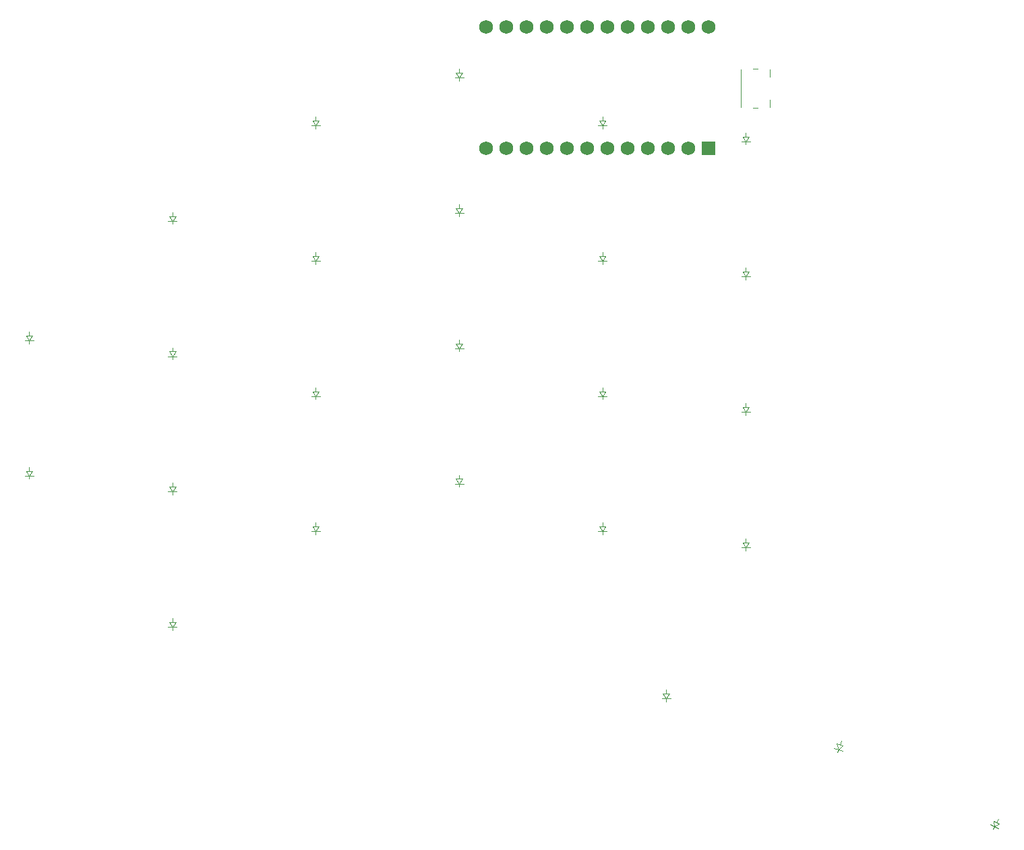
<source format=gbr>
%TF.GenerationSoftware,KiCad,Pcbnew,9.0.6*%
%TF.CreationDate,2025-11-02T21:14:00+01:00*%
%TF.ProjectId,main_pcb,6d61696e-5f70-4636-922e-6b696361645f,v1.0.0*%
%TF.SameCoordinates,Original*%
%TF.FileFunction,Legend,Bot*%
%TF.FilePolarity,Positive*%
%FSLAX46Y46*%
G04 Gerber Fmt 4.6, Leading zero omitted, Abs format (unit mm)*
G04 Created by KiCad (PCBNEW 9.0.6) date 2025-11-02 21:14:00*
%MOMM*%
%LPD*%
G01*
G04 APERTURE LIST*
%ADD10C,0.100000*%
%ADD11C,0.120000*%
%ADD12R,1.752600X1.752600*%
%ADD13C,1.752600*%
G04 APERTURE END LIST*
D10*
%TO.C,D5*%
X125400000Y-141250000D02*
X126200000Y-141250000D01*
X125800000Y-141250000D02*
X125800000Y-140750000D01*
X125800000Y-141850000D02*
X125250000Y-141850000D01*
X125800000Y-141850000D02*
X125400000Y-141250000D01*
X125800000Y-141850000D02*
X126350000Y-141850000D01*
X125800000Y-142250000D02*
X125800000Y-141850000D01*
X126200000Y-141250000D02*
X125800000Y-141850000D01*
%TO.C,D10*%
X143400000Y-118250000D02*
X144200000Y-118250000D01*
X143800000Y-118250000D02*
X143800000Y-117750000D01*
X143800000Y-118850000D02*
X143250000Y-118850000D01*
X143800000Y-118850000D02*
X143400000Y-118250000D01*
X143800000Y-118850000D02*
X144350000Y-118850000D01*
X143800000Y-119250000D02*
X143800000Y-118850000D01*
X144200000Y-118250000D02*
X143800000Y-118850000D01*
%TO.C,D17*%
X179400000Y-143250000D02*
X180200000Y-143250000D01*
X179800000Y-143250000D02*
X179800000Y-142750000D01*
X179800000Y-143850000D02*
X179250000Y-143850000D01*
X179800000Y-143850000D02*
X179400000Y-143250000D01*
X179800000Y-143850000D02*
X180350000Y-143850000D01*
X179800000Y-144250000D02*
X179800000Y-143850000D01*
X180200000Y-143250000D02*
X179800000Y-143850000D01*
%TO.C,D13*%
X161400000Y-141250000D02*
X162200000Y-141250000D01*
X161800000Y-141250000D02*
X161800000Y-140750000D01*
X161800000Y-141850000D02*
X161250000Y-141850000D01*
X161800000Y-141850000D02*
X161400000Y-141250000D01*
X161800000Y-141850000D02*
X162350000Y-141850000D01*
X161800000Y-142250000D02*
X161800000Y-141850000D01*
X162200000Y-141250000D02*
X161800000Y-141850000D01*
%TO.C,D3*%
X107400000Y-119250000D02*
X108200000Y-119250000D01*
X107800000Y-119250000D02*
X107800000Y-118750000D01*
X107800000Y-119850000D02*
X107250000Y-119850000D01*
X107800000Y-119850000D02*
X107400000Y-119250000D01*
X107800000Y-119850000D02*
X108350000Y-119850000D01*
X107800000Y-120250000D02*
X107800000Y-119850000D01*
X108200000Y-119250000D02*
X107800000Y-119850000D01*
%TO.C,D11*%
X143400000Y-101250000D02*
X144200000Y-101250000D01*
X143800000Y-101250000D02*
X143800000Y-100750000D01*
X143800000Y-101850000D02*
X143250000Y-101850000D01*
X143800000Y-101850000D02*
X143400000Y-101250000D01*
X143800000Y-101850000D02*
X144350000Y-101850000D01*
X143800000Y-102250000D02*
X143800000Y-101850000D01*
X144200000Y-101250000D02*
X143800000Y-101850000D01*
%TO.C,D1*%
X107400000Y-153250000D02*
X108200000Y-153250000D01*
X107800000Y-153250000D02*
X107800000Y-152750000D01*
X107800000Y-153850000D02*
X107250000Y-153850000D01*
X107800000Y-153850000D02*
X107400000Y-153250000D01*
X107800000Y-153850000D02*
X108350000Y-153850000D01*
X107800000Y-154250000D02*
X107800000Y-153850000D01*
X108200000Y-153250000D02*
X107800000Y-153850000D01*
%TO.C,D23*%
X169400000Y-162250000D02*
X170200000Y-162250000D01*
X169800000Y-162250000D02*
X169800000Y-161750000D01*
X169800000Y-162850000D02*
X169250000Y-162850000D01*
X169800000Y-162850000D02*
X169400000Y-162250000D01*
X169800000Y-162850000D02*
X170350000Y-162850000D01*
X169800000Y-163250000D02*
X169800000Y-162850000D01*
X170200000Y-162250000D02*
X169800000Y-162850000D01*
%TO.C,D19*%
X179400000Y-109250000D02*
X180200000Y-109250000D01*
X179800000Y-109250000D02*
X179800000Y-108750000D01*
X179800000Y-109850000D02*
X179250000Y-109850000D01*
X179800000Y-109850000D02*
X179400000Y-109250000D01*
X179800000Y-109850000D02*
X180350000Y-109850000D01*
X179800000Y-110250000D02*
X179800000Y-109850000D01*
X180200000Y-109250000D02*
X179800000Y-109850000D01*
%TO.C,D8*%
X125400000Y-90250000D02*
X126200000Y-90250000D01*
X125800000Y-90250000D02*
X125800000Y-89750000D01*
X125800000Y-90850000D02*
X125250000Y-90850000D01*
X125800000Y-90850000D02*
X125400000Y-90250000D01*
X125800000Y-90850000D02*
X126350000Y-90850000D01*
X125800000Y-91250000D02*
X125800000Y-90850000D01*
X126200000Y-90250000D02*
X125800000Y-90850000D01*
%TO.C,D2*%
X107400000Y-136250000D02*
X108200000Y-136250000D01*
X107800000Y-136250000D02*
X107800000Y-135750000D01*
X107800000Y-136850000D02*
X107250000Y-136850000D01*
X107800000Y-136850000D02*
X107400000Y-136250000D01*
X107800000Y-136850000D02*
X108350000Y-136850000D01*
X107800000Y-137250000D02*
X107800000Y-136850000D01*
X108200000Y-136250000D02*
X107800000Y-136850000D01*
%TO.C,D22*%
X89400000Y-117250000D02*
X90200000Y-117250000D01*
X89800000Y-117250000D02*
X89800000Y-116750000D01*
X89800000Y-117850000D02*
X89250000Y-117850000D01*
X89800000Y-117850000D02*
X89400000Y-117250000D01*
X89800000Y-117850000D02*
X90350000Y-117850000D01*
X89800000Y-118250000D02*
X89800000Y-117850000D01*
X90200000Y-117250000D02*
X89800000Y-117850000D01*
%TO.C,D15*%
X161400000Y-107250000D02*
X162200000Y-107250000D01*
X161800000Y-107250000D02*
X161800000Y-106750000D01*
X161800000Y-107850000D02*
X161250000Y-107850000D01*
X161800000Y-107850000D02*
X161400000Y-107250000D01*
X161800000Y-107850000D02*
X162350000Y-107850000D01*
X161800000Y-108250000D02*
X161800000Y-107850000D01*
X162200000Y-107250000D02*
X161800000Y-107850000D01*
%TO.C,D4*%
X107400000Y-102250000D02*
X108200000Y-102250000D01*
X107800000Y-102250000D02*
X107800000Y-101750000D01*
X107800000Y-102850000D02*
X107250000Y-102850000D01*
X107800000Y-102850000D02*
X107400000Y-102250000D01*
X107800000Y-102850000D02*
X108350000Y-102850000D01*
X107800000Y-103250000D02*
X107800000Y-102850000D01*
X108200000Y-102250000D02*
X107800000Y-102850000D01*
%TO.C,D24*%
X191227344Y-168526355D02*
X191988189Y-168773569D01*
X191298749Y-169601018D02*
X191422356Y-169220596D01*
X191422356Y-169220596D02*
X190899275Y-169050636D01*
X191422356Y-169220596D02*
X191227344Y-168526355D01*
X191422356Y-169220596D02*
X191945437Y-169390555D01*
X191607766Y-168649962D02*
X191762275Y-168174434D01*
X191988189Y-168773569D02*
X191422356Y-169220596D01*
%TO.C,D18*%
X179400000Y-126250000D02*
X180200000Y-126250000D01*
X179800000Y-126250000D02*
X179800000Y-125750000D01*
X179800000Y-126850000D02*
X179250000Y-126850000D01*
X179800000Y-126850000D02*
X179400000Y-126250000D01*
X179800000Y-126850000D02*
X180350000Y-126850000D01*
X179800000Y-127250000D02*
X179800000Y-126850000D01*
X180200000Y-126250000D02*
X179800000Y-126850000D01*
%TO.C,D25*%
X210820757Y-179269984D02*
X211008546Y-178916805D01*
X210937050Y-178199247D02*
X211643408Y-178574825D01*
X211008546Y-178916805D02*
X210522925Y-178658595D01*
X211008546Y-178916805D02*
X210937050Y-178199247D01*
X211008546Y-178916805D02*
X211494167Y-179175014D01*
X211290229Y-178387036D02*
X211524965Y-177945562D01*
X211643408Y-178574825D02*
X211008546Y-178916805D01*
%TO.C,D9*%
X143400000Y-135250000D02*
X144200000Y-135250000D01*
X143800000Y-135250000D02*
X143800000Y-134750000D01*
X143800000Y-135850000D02*
X143250000Y-135850000D01*
X143800000Y-135850000D02*
X143400000Y-135250000D01*
X143800000Y-135850000D02*
X144350000Y-135850000D01*
X143800000Y-136250000D02*
X143800000Y-135850000D01*
X144200000Y-135250000D02*
X143800000Y-135850000D01*
%TO.C,D21*%
X89400000Y-134250000D02*
X90200000Y-134250000D01*
X89800000Y-134250000D02*
X89800000Y-133750000D01*
X89800000Y-134850000D02*
X89250000Y-134850000D01*
X89800000Y-134850000D02*
X89400000Y-134250000D01*
X89800000Y-134850000D02*
X90350000Y-134850000D01*
X89800000Y-135250000D02*
X89800000Y-134850000D01*
X90200000Y-134250000D02*
X89800000Y-134850000D01*
D11*
%TO.C,B1*%
X179150000Y-88550000D02*
X179150000Y-83850000D01*
X180725000Y-83750000D02*
X181275000Y-83750000D01*
X180725000Y-88650000D02*
X181275000Y-88650000D01*
X182850000Y-84775000D02*
X182850000Y-83850000D01*
X182850000Y-88550000D02*
X182850000Y-87625000D01*
D10*
%TO.C,D16*%
X161400000Y-90250000D02*
X162200000Y-90250000D01*
X161800000Y-90250000D02*
X161800000Y-89750000D01*
X161800000Y-90850000D02*
X161250000Y-90850000D01*
X161800000Y-90850000D02*
X161400000Y-90250000D01*
X161800000Y-90850000D02*
X162350000Y-90850000D01*
X161800000Y-91250000D02*
X161800000Y-90850000D01*
X162200000Y-90250000D02*
X161800000Y-90850000D01*
%TO.C,D14*%
X161400000Y-124250000D02*
X162200000Y-124250000D01*
X161800000Y-124250000D02*
X161800000Y-123750000D01*
X161800000Y-124850000D02*
X161250000Y-124850000D01*
X161800000Y-124850000D02*
X161400000Y-124250000D01*
X161800000Y-124850000D02*
X162350000Y-124850000D01*
X161800000Y-125250000D02*
X161800000Y-124850000D01*
X162200000Y-124250000D02*
X161800000Y-124850000D01*
%TO.C,D6*%
X125400000Y-124250000D02*
X126200000Y-124250000D01*
X125800000Y-124250000D02*
X125800000Y-123750000D01*
X125800000Y-124850000D02*
X125250000Y-124850000D01*
X125800000Y-124850000D02*
X125400000Y-124250000D01*
X125800000Y-124850000D02*
X126350000Y-124850000D01*
X125800000Y-125250000D02*
X125800000Y-124850000D01*
X126200000Y-124250000D02*
X125800000Y-124850000D01*
%TO.C,D20*%
X179400000Y-92250000D02*
X180200000Y-92250000D01*
X179800000Y-92250000D02*
X179800000Y-91750000D01*
X179800000Y-92850000D02*
X179250000Y-92850000D01*
X179800000Y-92850000D02*
X179400000Y-92250000D01*
X179800000Y-92850000D02*
X180350000Y-92850000D01*
X179800000Y-93250000D02*
X179800000Y-92850000D01*
X180200000Y-92250000D02*
X179800000Y-92850000D01*
%TO.C,D7*%
X125400000Y-107250000D02*
X126200000Y-107250000D01*
X125800000Y-107250000D02*
X125800000Y-106750000D01*
X125800000Y-107850000D02*
X125250000Y-107850000D01*
X125800000Y-107850000D02*
X125400000Y-107250000D01*
X125800000Y-107850000D02*
X126350000Y-107850000D01*
X125800000Y-108250000D02*
X125800000Y-107850000D01*
X126200000Y-107250000D02*
X125800000Y-107850000D01*
%TO.C,D12*%
X143400000Y-84250000D02*
X144200000Y-84250000D01*
X143800000Y-84250000D02*
X143800000Y-83750000D01*
X143800000Y-84850000D02*
X143250000Y-84850000D01*
X143800000Y-84850000D02*
X143400000Y-84250000D01*
X143800000Y-84850000D02*
X144350000Y-84850000D01*
X143800000Y-85250000D02*
X143800000Y-84850000D01*
X144200000Y-84250000D02*
X143800000Y-84850000D01*
%TD*%
D12*
%TO.C,MCU1*%
X175080000Y-93740000D03*
D13*
X172540000Y-93740000D03*
X170000000Y-93740000D03*
X167460000Y-93740000D03*
X164920000Y-93740000D03*
X162380000Y-93740000D03*
X159840000Y-93740000D03*
X157300000Y-93740000D03*
X154760000Y-93740000D03*
X152220000Y-93740000D03*
X149680000Y-93740000D03*
X147140000Y-93740000D03*
X175080000Y-78500000D03*
X172540000Y-78500000D03*
X170000000Y-78500000D03*
X167460000Y-78500000D03*
X164920000Y-78500000D03*
X162380000Y-78500000D03*
X159840000Y-78500000D03*
X157300000Y-78500000D03*
X154760000Y-78500000D03*
X152220000Y-78500000D03*
X149680000Y-78500000D03*
X147140000Y-78500000D03*
%TD*%
M02*

</source>
